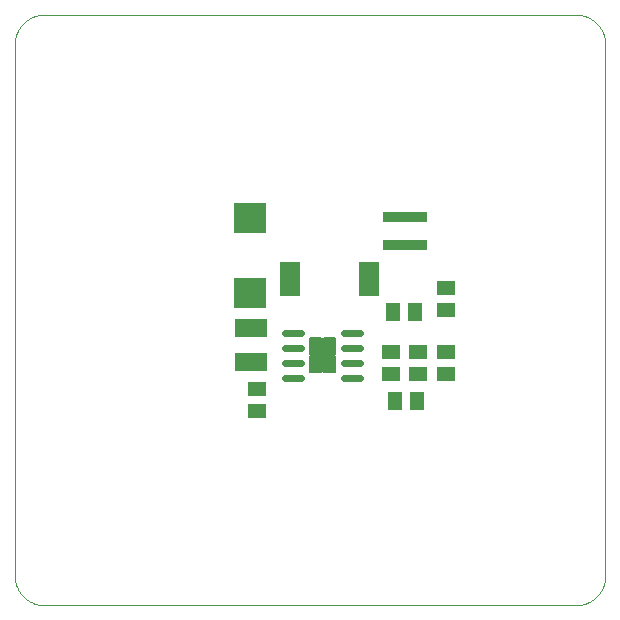
<source format=gtp>
G75*
%MOIN*%
%OFA0B0*%
%FSLAX25Y25*%
%IPPOS*%
%LPD*%
%AMOC8*
5,1,8,0,0,1.08239X$1,22.5*
%
%ADD10C,0.00000*%
%ADD11C,0.02400*%
%ADD12R,0.08400X0.11800*%
%ADD13C,0.00600*%
%ADD14R,0.14600X0.03800*%
%ADD15R,0.07100X0.11700*%
%ADD16R,0.10630X0.10039*%
%ADD17R,0.05906X0.05118*%
%ADD18R,0.05118X0.05906*%
%ADD19R,0.10630X0.06299*%
D10*
X0015380Y0032555D02*
X0192545Y0032555D01*
X0192783Y0032558D01*
X0193021Y0032566D01*
X0193258Y0032581D01*
X0193495Y0032601D01*
X0193731Y0032627D01*
X0193967Y0032658D01*
X0194202Y0032695D01*
X0194436Y0032738D01*
X0194669Y0032787D01*
X0194901Y0032841D01*
X0195131Y0032901D01*
X0195360Y0032966D01*
X0195587Y0033037D01*
X0195812Y0033113D01*
X0196035Y0033195D01*
X0196257Y0033282D01*
X0196476Y0033374D01*
X0196693Y0033472D01*
X0196907Y0033574D01*
X0197119Y0033682D01*
X0197329Y0033796D01*
X0197535Y0033914D01*
X0197739Y0034037D01*
X0197939Y0034165D01*
X0198136Y0034297D01*
X0198331Y0034435D01*
X0198521Y0034577D01*
X0198709Y0034724D01*
X0198892Y0034875D01*
X0199072Y0035030D01*
X0199248Y0035190D01*
X0199420Y0035354D01*
X0199589Y0035523D01*
X0199753Y0035695D01*
X0199913Y0035871D01*
X0200068Y0036051D01*
X0200219Y0036234D01*
X0200366Y0036422D01*
X0200508Y0036612D01*
X0200646Y0036807D01*
X0200778Y0037004D01*
X0200906Y0037204D01*
X0201029Y0037408D01*
X0201147Y0037614D01*
X0201261Y0037824D01*
X0201369Y0038036D01*
X0201471Y0038250D01*
X0201569Y0038467D01*
X0201661Y0038686D01*
X0201748Y0038908D01*
X0201830Y0039131D01*
X0201906Y0039356D01*
X0201977Y0039583D01*
X0202042Y0039812D01*
X0202102Y0040042D01*
X0202156Y0040274D01*
X0202205Y0040507D01*
X0202248Y0040741D01*
X0202285Y0040976D01*
X0202316Y0041212D01*
X0202342Y0041448D01*
X0202362Y0041685D01*
X0202377Y0041922D01*
X0202385Y0042160D01*
X0202388Y0042398D01*
X0202387Y0042398D02*
X0202387Y0219563D01*
X0202388Y0219563D02*
X0202385Y0219801D01*
X0202377Y0220039D01*
X0202362Y0220276D01*
X0202342Y0220513D01*
X0202316Y0220749D01*
X0202285Y0220985D01*
X0202248Y0221220D01*
X0202205Y0221454D01*
X0202156Y0221687D01*
X0202102Y0221919D01*
X0202042Y0222149D01*
X0201977Y0222378D01*
X0201906Y0222605D01*
X0201830Y0222830D01*
X0201748Y0223053D01*
X0201661Y0223275D01*
X0201569Y0223494D01*
X0201471Y0223711D01*
X0201369Y0223925D01*
X0201261Y0224137D01*
X0201147Y0224347D01*
X0201029Y0224553D01*
X0200906Y0224757D01*
X0200778Y0224957D01*
X0200646Y0225154D01*
X0200508Y0225349D01*
X0200366Y0225539D01*
X0200219Y0225727D01*
X0200068Y0225910D01*
X0199913Y0226090D01*
X0199753Y0226266D01*
X0199589Y0226438D01*
X0199420Y0226607D01*
X0199248Y0226771D01*
X0199072Y0226931D01*
X0198892Y0227086D01*
X0198709Y0227237D01*
X0198521Y0227384D01*
X0198331Y0227526D01*
X0198136Y0227664D01*
X0197939Y0227796D01*
X0197739Y0227924D01*
X0197535Y0228047D01*
X0197329Y0228165D01*
X0197119Y0228279D01*
X0196907Y0228387D01*
X0196693Y0228489D01*
X0196476Y0228587D01*
X0196257Y0228679D01*
X0196035Y0228766D01*
X0195812Y0228848D01*
X0195587Y0228924D01*
X0195360Y0228995D01*
X0195131Y0229060D01*
X0194901Y0229120D01*
X0194669Y0229174D01*
X0194436Y0229223D01*
X0194202Y0229266D01*
X0193967Y0229303D01*
X0193731Y0229334D01*
X0193495Y0229360D01*
X0193258Y0229380D01*
X0193021Y0229395D01*
X0192783Y0229403D01*
X0192545Y0229406D01*
X0015380Y0229406D01*
X0015142Y0229403D01*
X0014904Y0229395D01*
X0014667Y0229380D01*
X0014430Y0229360D01*
X0014194Y0229334D01*
X0013958Y0229303D01*
X0013723Y0229266D01*
X0013489Y0229223D01*
X0013256Y0229174D01*
X0013024Y0229120D01*
X0012794Y0229060D01*
X0012565Y0228995D01*
X0012338Y0228924D01*
X0012113Y0228848D01*
X0011890Y0228766D01*
X0011668Y0228679D01*
X0011449Y0228587D01*
X0011232Y0228489D01*
X0011018Y0228387D01*
X0010806Y0228279D01*
X0010596Y0228165D01*
X0010390Y0228047D01*
X0010186Y0227924D01*
X0009986Y0227796D01*
X0009789Y0227664D01*
X0009594Y0227526D01*
X0009404Y0227384D01*
X0009216Y0227237D01*
X0009033Y0227086D01*
X0008853Y0226931D01*
X0008677Y0226771D01*
X0008505Y0226607D01*
X0008336Y0226438D01*
X0008172Y0226266D01*
X0008012Y0226090D01*
X0007857Y0225910D01*
X0007706Y0225727D01*
X0007559Y0225539D01*
X0007417Y0225349D01*
X0007279Y0225154D01*
X0007147Y0224957D01*
X0007019Y0224757D01*
X0006896Y0224553D01*
X0006778Y0224347D01*
X0006664Y0224137D01*
X0006556Y0223925D01*
X0006454Y0223711D01*
X0006356Y0223494D01*
X0006264Y0223275D01*
X0006177Y0223053D01*
X0006095Y0222830D01*
X0006019Y0222605D01*
X0005948Y0222378D01*
X0005883Y0222149D01*
X0005823Y0221919D01*
X0005769Y0221687D01*
X0005720Y0221454D01*
X0005677Y0221220D01*
X0005640Y0220985D01*
X0005609Y0220749D01*
X0005583Y0220513D01*
X0005563Y0220276D01*
X0005548Y0220039D01*
X0005540Y0219801D01*
X0005537Y0219563D01*
X0005537Y0042398D01*
X0005540Y0042160D01*
X0005548Y0041922D01*
X0005563Y0041685D01*
X0005583Y0041448D01*
X0005609Y0041212D01*
X0005640Y0040976D01*
X0005677Y0040741D01*
X0005720Y0040507D01*
X0005769Y0040274D01*
X0005823Y0040042D01*
X0005883Y0039812D01*
X0005948Y0039583D01*
X0006019Y0039356D01*
X0006095Y0039131D01*
X0006177Y0038908D01*
X0006264Y0038686D01*
X0006356Y0038467D01*
X0006454Y0038250D01*
X0006556Y0038036D01*
X0006664Y0037824D01*
X0006778Y0037614D01*
X0006896Y0037408D01*
X0007019Y0037204D01*
X0007147Y0037004D01*
X0007279Y0036807D01*
X0007417Y0036612D01*
X0007559Y0036422D01*
X0007706Y0036234D01*
X0007857Y0036051D01*
X0008012Y0035871D01*
X0008172Y0035695D01*
X0008336Y0035523D01*
X0008505Y0035354D01*
X0008677Y0035190D01*
X0008853Y0035030D01*
X0009033Y0034875D01*
X0009216Y0034724D01*
X0009404Y0034577D01*
X0009594Y0034435D01*
X0009789Y0034297D01*
X0009986Y0034165D01*
X0010186Y0034037D01*
X0010390Y0033914D01*
X0010596Y0033796D01*
X0010806Y0033682D01*
X0011018Y0033574D01*
X0011232Y0033472D01*
X0011449Y0033374D01*
X0011668Y0033282D01*
X0011890Y0033195D01*
X0012113Y0033113D01*
X0012338Y0033037D01*
X0012565Y0032966D01*
X0012794Y0032901D01*
X0013024Y0032841D01*
X0013256Y0032787D01*
X0013489Y0032738D01*
X0013723Y0032695D01*
X0013958Y0032658D01*
X0014194Y0032627D01*
X0014430Y0032601D01*
X0014667Y0032581D01*
X0014904Y0032566D01*
X0015142Y0032558D01*
X0015380Y0032555D01*
D11*
X0095482Y0108403D02*
X0100982Y0108403D01*
X0100982Y0113403D02*
X0095482Y0113403D01*
X0095482Y0118403D02*
X0100982Y0118403D01*
X0100982Y0123403D02*
X0095482Y0123403D01*
X0115167Y0123403D02*
X0120667Y0123403D01*
X0120667Y0118403D02*
X0115167Y0118403D01*
X0115167Y0113403D02*
X0120667Y0113403D01*
X0120667Y0108403D02*
X0115167Y0108403D01*
D12*
X0108074Y0115903D03*
D13*
X0107674Y0115503D02*
X0107674Y0110303D01*
X0103974Y0110303D01*
X0103974Y0115503D01*
X0107674Y0115503D01*
X0108474Y0115503D02*
X0108474Y0110303D01*
X0112174Y0110303D01*
X0112174Y0115503D01*
X0108474Y0115503D01*
X0108474Y0116303D02*
X0108474Y0121503D01*
X0112174Y0121503D01*
X0112174Y0116303D01*
X0108474Y0116303D01*
X0107674Y0116303D02*
X0107674Y0121503D01*
X0103974Y0121503D01*
X0103974Y0116303D01*
X0107674Y0116303D01*
D14*
X0135474Y0152653D03*
X0135474Y0161953D03*
D15*
X0123524Y0141303D03*
X0097424Y0141303D03*
D16*
X0084074Y0136603D03*
X0084074Y0161603D03*
D17*
X0130874Y0117043D03*
X0130874Y0109563D03*
X0140074Y0109563D03*
X0140074Y0117043D03*
X0149400Y0117047D03*
X0149400Y0109567D03*
X0149400Y0130867D03*
X0149400Y0138347D03*
X0086274Y0104643D03*
X0086274Y0097163D03*
D18*
X0131620Y0130387D03*
X0139101Y0130387D03*
X0139614Y0100503D03*
X0132134Y0100503D03*
D19*
X0084274Y0113791D03*
X0084274Y0124815D03*
M02*

</source>
